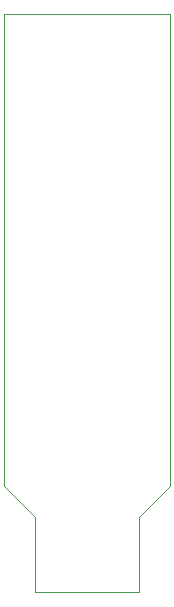
<source format=gbr>
%TF.GenerationSoftware,KiCad,Pcbnew,(5.1.9)-1*%
%TF.CreationDate,2021-02-17T20:09:15+00:00*%
%TF.ProjectId,TMBuck,544d4275-636b-42e6-9b69-6361645f7063,rev?*%
%TF.SameCoordinates,Original*%
%TF.FileFunction,Profile,NP*%
%FSLAX46Y46*%
G04 Gerber Fmt 4.6, Leading zero omitted, Abs format (unit mm)*
G04 Created by KiCad (PCBNEW (5.1.9)-1) date 2021-02-17 20:09:15*
%MOMM*%
%LPD*%
G01*
G04 APERTURE LIST*
%TA.AperFunction,Profile*%
%ADD10C,0.038100*%
%TD*%
G04 APERTURE END LIST*
D10*
X122720000Y-102780000D02*
X125330000Y-100170000D01*
X113930000Y-102790000D02*
X111310000Y-100170000D01*
X113930000Y-109130000D02*
X122720000Y-109130000D01*
X122720000Y-109130000D02*
X122720000Y-109130000D01*
X122720000Y-109130000D02*
X122720000Y-102780000D01*
X111310000Y-60200000D02*
X111310000Y-100170000D01*
X113930000Y-102790000D02*
X113930000Y-109130000D01*
X125330000Y-60200000D02*
X125330000Y-100170000D01*
X111310000Y-60200000D02*
X125330000Y-60200000D01*
M02*

</source>
